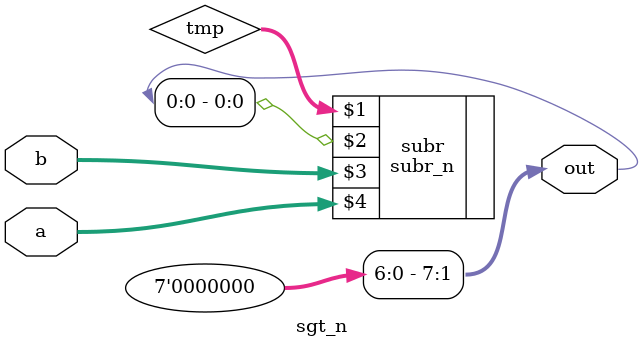
<source format=v>
`timescale 1ns / 1ps


module sgt_n #(parameter N = 8)(out, a, b);
	input [N-1:0] a, b;
	output [N-1:0] out;
    wire [N-1:0] tmp;
    
    assign out[N-1:1] = {(N-1){1'b0}};
    subr_n #(N) subr (tmp, out[0], b, a);
    
endmodule

</source>
